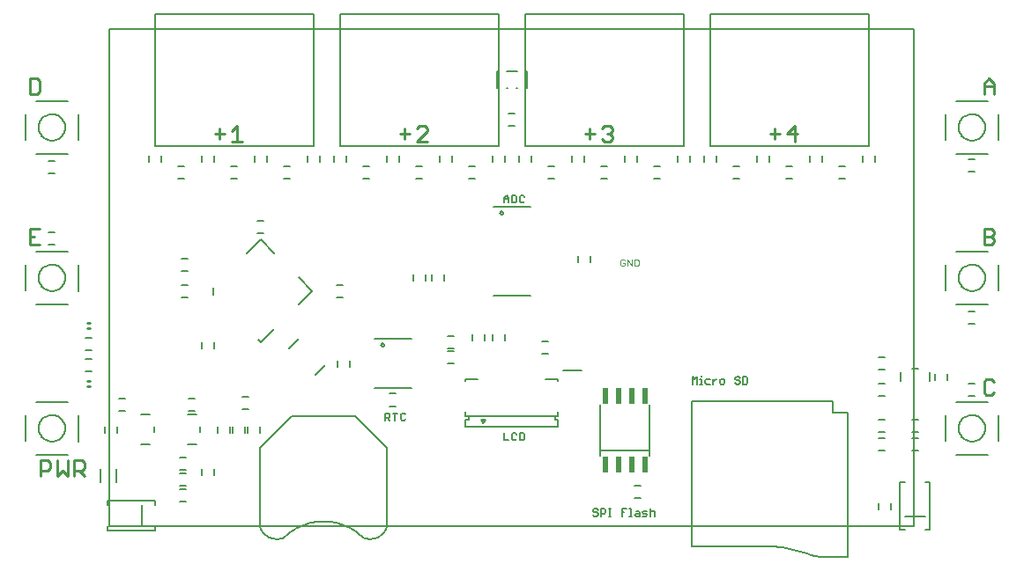
<source format=gto>
G75*
%MOIN*%
%OFA0B0*%
%FSLAX24Y24*%
%IPPOS*%
%LPD*%
%AMOC8*
5,1,8,0,0,1.08239X$1,22.5*
%
%ADD10C,0.0110*%
%ADD11C,0.0050*%
%ADD12C,0.0040*%
%ADD13C,0.0080*%
%ADD14C,0.0060*%
%ADD15C,0.0100*%
%ADD16R,0.0193X0.0598*%
D10*
X017415Y018898D02*
X017415Y019489D01*
X017710Y019489D01*
X017808Y019390D01*
X017808Y019194D01*
X017710Y019095D01*
X017415Y019095D01*
X018059Y018898D02*
X018059Y019489D01*
X018453Y019489D02*
X018453Y018898D01*
X018256Y019095D01*
X018059Y018898D01*
X018704Y018898D02*
X018704Y019489D01*
X018999Y019489D01*
X019097Y019390D01*
X019097Y019194D01*
X018999Y019095D01*
X018704Y019095D01*
X018900Y019095D02*
X019097Y018898D01*
X017408Y027648D02*
X017015Y027648D01*
X017015Y028239D01*
X017408Y028239D01*
X017211Y027944D02*
X017015Y027944D01*
X024015Y031844D02*
X024408Y031844D01*
X024659Y031942D02*
X024856Y032139D01*
X024856Y031548D01*
X024659Y031548D02*
X025053Y031548D01*
X024211Y031647D02*
X024211Y032040D01*
X031015Y031844D02*
X031408Y031844D01*
X031211Y032040D02*
X031211Y031647D01*
X031659Y031548D02*
X032053Y031942D01*
X032053Y032040D01*
X031954Y032139D01*
X031757Y032139D01*
X031659Y032040D01*
X031659Y031548D02*
X032053Y031548D01*
X038015Y031844D02*
X038408Y031844D01*
X038211Y032040D02*
X038211Y031647D01*
X038659Y031647D02*
X038757Y031548D01*
X038954Y031548D01*
X039053Y031647D01*
X039053Y031745D01*
X038954Y031844D01*
X038856Y031844D01*
X038954Y031844D02*
X039053Y031942D01*
X039053Y032040D01*
X038954Y032139D01*
X038757Y032139D01*
X038659Y032040D01*
X045015Y031844D02*
X045408Y031844D01*
X045659Y031844D02*
X045954Y032139D01*
X045954Y031548D01*
X046053Y031844D02*
X045659Y031844D01*
X045211Y032040D02*
X045211Y031647D01*
X053115Y033348D02*
X053115Y033742D01*
X053311Y033939D01*
X053508Y033742D01*
X053508Y033348D01*
X053508Y033644D02*
X053115Y033644D01*
X053115Y028239D02*
X053410Y028239D01*
X053508Y028140D01*
X053508Y028042D01*
X053410Y027944D01*
X053115Y027944D01*
X053410Y027944D02*
X053508Y027845D01*
X053508Y027747D01*
X053410Y027648D01*
X053115Y027648D01*
X053115Y028239D01*
X053213Y022539D02*
X053115Y022440D01*
X053115Y022047D01*
X053213Y021948D01*
X053410Y021948D01*
X053508Y022047D01*
X053508Y022440D02*
X053410Y022539D01*
X053213Y022539D01*
X017408Y033447D02*
X017408Y033840D01*
X017310Y033939D01*
X017015Y033939D01*
X017015Y033348D01*
X017310Y033348D01*
X017408Y033447D01*
D11*
X020043Y035803D02*
X050476Y035803D01*
X050476Y016984D01*
X020043Y016984D01*
X020043Y035803D01*
X021760Y036393D02*
X027760Y036393D01*
X027760Y031393D01*
X021760Y031393D01*
X021760Y036393D01*
X028760Y036393D02*
X034760Y036393D01*
X034760Y031393D01*
X028760Y031393D01*
X028760Y036393D01*
X035760Y036393D02*
X035760Y031393D01*
X041760Y031393D01*
X041760Y036393D01*
X035760Y036393D01*
X042760Y036393D02*
X048760Y036393D01*
X048760Y031393D01*
X042760Y031393D01*
X042760Y036393D01*
X035729Y029468D02*
X035684Y029514D01*
X035594Y029514D01*
X035549Y029468D01*
X035549Y029288D01*
X035594Y029243D01*
X035684Y029243D01*
X035729Y029288D01*
X035434Y029288D02*
X035434Y029468D01*
X035389Y029514D01*
X035254Y029514D01*
X035254Y029243D01*
X035389Y029243D01*
X035434Y029288D01*
X035140Y029243D02*
X035140Y029423D01*
X035050Y029514D01*
X034960Y029423D01*
X034960Y029243D01*
X034960Y029378D02*
X035140Y029378D01*
X037189Y022878D02*
X037897Y022878D01*
X035684Y020514D02*
X035549Y020514D01*
X035549Y020243D01*
X035684Y020243D01*
X035729Y020288D01*
X035729Y020468D01*
X035684Y020514D01*
X035434Y020468D02*
X035389Y020514D01*
X035299Y020514D01*
X035254Y020468D01*
X035254Y020288D01*
X035299Y020243D01*
X035389Y020243D01*
X035434Y020288D01*
X035140Y020243D02*
X034960Y020243D01*
X034960Y020514D01*
X031229Y021038D02*
X031184Y020993D01*
X031094Y020993D01*
X031049Y021038D01*
X031049Y021218D01*
X031094Y021264D01*
X031184Y021264D01*
X031229Y021218D01*
X030934Y021264D02*
X030754Y021264D01*
X030844Y021264D02*
X030844Y020993D01*
X030640Y020993D02*
X030550Y021083D01*
X030595Y021083D02*
X030460Y021083D01*
X030460Y020993D02*
X030460Y021264D01*
X030595Y021264D01*
X030640Y021218D01*
X030640Y021128D01*
X030595Y021083D01*
X038335Y017593D02*
X038335Y017548D01*
X038380Y017503D01*
X038470Y017503D01*
X038515Y017458D01*
X038515Y017413D01*
X038470Y017368D01*
X038380Y017368D01*
X038335Y017413D01*
X038335Y017593D02*
X038380Y017639D01*
X038470Y017639D01*
X038515Y017593D01*
X038629Y017639D02*
X038764Y017639D01*
X038809Y017593D01*
X038809Y017503D01*
X038764Y017458D01*
X038629Y017458D01*
X038629Y017368D02*
X038629Y017639D01*
X038924Y017639D02*
X039014Y017639D01*
X038969Y017639D02*
X038969Y017368D01*
X038924Y017368D02*
X039014Y017368D01*
X039415Y017368D02*
X039415Y017639D01*
X039595Y017639D01*
X039710Y017639D02*
X039755Y017639D01*
X039755Y017368D01*
X039710Y017368D02*
X039800Y017368D01*
X039906Y017413D02*
X039951Y017458D01*
X040086Y017458D01*
X040086Y017503D02*
X040086Y017368D01*
X039951Y017368D01*
X039906Y017413D01*
X039951Y017548D02*
X040041Y017548D01*
X040086Y017503D01*
X040201Y017503D02*
X040246Y017548D01*
X040381Y017548D01*
X040336Y017458D02*
X040246Y017458D01*
X040201Y017503D01*
X040201Y017368D02*
X040336Y017368D01*
X040381Y017413D01*
X040336Y017458D01*
X040495Y017503D02*
X040540Y017548D01*
X040630Y017548D01*
X040675Y017503D01*
X040675Y017368D01*
X040495Y017368D02*
X040495Y017639D01*
X039505Y017503D02*
X039415Y017503D01*
X042060Y016226D02*
X042060Y021726D01*
X047410Y021726D01*
X047410Y021276D01*
X047960Y021276D01*
X047960Y015826D01*
X046963Y015826D01*
X046906Y015827D01*
X046848Y015832D01*
X046791Y015839D01*
X046735Y015850D01*
X046679Y015863D01*
X046624Y015879D01*
X046569Y015898D01*
X044789Y016226D02*
X042060Y016226D01*
X044789Y016226D02*
X044929Y016224D01*
X045069Y016218D01*
X045208Y016208D01*
X045348Y016195D01*
X045487Y016177D01*
X045625Y016156D01*
X045763Y016130D01*
X045900Y016101D01*
X046036Y016068D01*
X046171Y016031D01*
X046305Y015991D01*
X046437Y015946D01*
X046569Y015898D01*
X044135Y022368D02*
X044180Y022413D01*
X044180Y022593D01*
X044135Y022639D01*
X044000Y022639D01*
X044000Y022368D01*
X044135Y022368D01*
X043885Y022413D02*
X043840Y022368D01*
X043750Y022368D01*
X043705Y022413D01*
X043750Y022503D02*
X043840Y022503D01*
X043885Y022458D01*
X043885Y022413D01*
X043750Y022503D02*
X043705Y022548D01*
X043705Y022593D01*
X043750Y022639D01*
X043840Y022639D01*
X043885Y022593D01*
X043296Y022503D02*
X043251Y022548D01*
X043161Y022548D01*
X043116Y022503D01*
X043116Y022413D01*
X043161Y022368D01*
X043251Y022368D01*
X043296Y022413D01*
X043296Y022503D01*
X043005Y022548D02*
X042960Y022548D01*
X042870Y022458D01*
X042870Y022368D02*
X042870Y022548D01*
X042756Y022548D02*
X042621Y022548D01*
X042576Y022503D01*
X042576Y022413D01*
X042621Y022368D01*
X042756Y022368D01*
X042469Y022368D02*
X042379Y022368D01*
X042424Y022368D02*
X042424Y022548D01*
X042379Y022548D01*
X042424Y022639D02*
X042424Y022684D01*
X042265Y022639D02*
X042265Y022368D01*
X042085Y022368D02*
X042085Y022639D01*
X042175Y022548D01*
X042265Y022639D01*
D12*
X040009Y026847D02*
X040049Y026887D01*
X040049Y027047D01*
X040009Y027087D01*
X039889Y027087D01*
X039889Y026847D01*
X040009Y026847D01*
X039791Y026847D02*
X039791Y027087D01*
X039631Y027087D02*
X039791Y026847D01*
X039631Y026847D02*
X039631Y027087D01*
X039533Y027047D02*
X039493Y027087D01*
X039413Y027087D01*
X039373Y027047D01*
X039373Y026887D01*
X039413Y026847D01*
X039493Y026847D01*
X039533Y026887D01*
X039533Y026967D01*
X039453Y026967D01*
D13*
X019954Y017000D02*
X019954Y016822D01*
X021765Y016822D01*
X021765Y017000D01*
X021253Y017000D02*
X021253Y017787D01*
X021765Y017787D02*
X021765Y017964D01*
X019954Y017964D01*
X019954Y017787D01*
X019710Y018643D02*
X019710Y019143D01*
X020310Y019143D02*
X020310Y018643D01*
X018466Y019693D02*
X017253Y019693D01*
X016860Y020205D02*
X016860Y021181D01*
X017253Y021693D02*
X018466Y021693D01*
X018860Y021181D02*
X018860Y020193D01*
X017360Y020693D02*
X017362Y020737D01*
X017368Y020781D01*
X017378Y020824D01*
X017391Y020866D01*
X017408Y020907D01*
X017429Y020946D01*
X017453Y020983D01*
X017480Y021018D01*
X017510Y021050D01*
X017543Y021080D01*
X017579Y021106D01*
X017616Y021130D01*
X017656Y021149D01*
X017697Y021166D01*
X017740Y021178D01*
X017783Y021187D01*
X017827Y021192D01*
X017871Y021193D01*
X017915Y021190D01*
X017959Y021183D01*
X018002Y021172D01*
X018044Y021158D01*
X018084Y021140D01*
X018123Y021118D01*
X018159Y021094D01*
X018193Y021066D01*
X018225Y021035D01*
X018254Y021001D01*
X018280Y020965D01*
X018302Y020927D01*
X018321Y020887D01*
X018336Y020845D01*
X018348Y020803D01*
X018356Y020759D01*
X018360Y020715D01*
X018360Y020671D01*
X018356Y020627D01*
X018348Y020583D01*
X018336Y020541D01*
X018321Y020499D01*
X018302Y020459D01*
X018280Y020421D01*
X018254Y020385D01*
X018225Y020351D01*
X018193Y020320D01*
X018159Y020292D01*
X018123Y020268D01*
X018084Y020246D01*
X018044Y020228D01*
X018002Y020214D01*
X017959Y020203D01*
X017915Y020196D01*
X017871Y020193D01*
X017827Y020194D01*
X017783Y020199D01*
X017740Y020208D01*
X017697Y020220D01*
X017656Y020237D01*
X017616Y020256D01*
X017579Y020280D01*
X017543Y020306D01*
X017510Y020336D01*
X017480Y020368D01*
X017453Y020403D01*
X017429Y020440D01*
X017408Y020479D01*
X017391Y020520D01*
X017378Y020562D01*
X017368Y020605D01*
X017362Y020649D01*
X017360Y020693D01*
X021240Y021203D02*
X021579Y021203D01*
X021729Y020749D02*
X021729Y020538D01*
X021579Y020083D02*
X021240Y020083D01*
X022990Y020083D02*
X023329Y020083D01*
X023479Y020538D02*
X023479Y020749D01*
X023329Y021203D02*
X022990Y021203D01*
X025735Y019943D02*
X026935Y021143D01*
X029335Y021143D01*
X030535Y019943D01*
X030535Y016943D01*
X030514Y016895D01*
X030490Y016849D01*
X030463Y016805D01*
X030432Y016763D01*
X030398Y016723D01*
X030362Y016686D01*
X030323Y016652D01*
X030281Y016621D01*
X030237Y016593D01*
X030191Y016568D01*
X030144Y016547D01*
X030095Y016529D01*
X030045Y016516D01*
X029993Y016505D01*
X029942Y016499D01*
X029890Y016497D01*
X029838Y016499D01*
X029786Y016504D01*
X029735Y016513D01*
X029684Y016527D01*
X029635Y016543D01*
X029570Y016605D01*
X029502Y016665D01*
X029432Y016721D01*
X029360Y016775D01*
X029285Y016825D01*
X029208Y016872D01*
X029130Y016916D01*
X029049Y016957D01*
X028967Y016994D01*
X028884Y017027D01*
X028799Y017057D01*
X028713Y017084D01*
X028626Y017106D01*
X028538Y017125D01*
X028449Y017141D01*
X028360Y017152D01*
X028270Y017160D01*
X028180Y017164D01*
X028090Y017164D01*
X028000Y017160D01*
X027910Y017152D01*
X027821Y017141D01*
X027732Y017125D01*
X027644Y017106D01*
X027557Y017084D01*
X027471Y017057D01*
X027386Y017027D01*
X027303Y016994D01*
X027221Y016957D01*
X027140Y016916D01*
X027062Y016872D01*
X026985Y016825D01*
X026910Y016775D01*
X026838Y016721D01*
X026768Y016665D01*
X026700Y016605D01*
X026635Y016543D01*
X026586Y016527D01*
X026535Y016513D01*
X026484Y016504D01*
X026432Y016499D01*
X026380Y016497D01*
X026328Y016499D01*
X026277Y016505D01*
X026225Y016516D01*
X026175Y016529D01*
X026126Y016547D01*
X026079Y016568D01*
X026033Y016593D01*
X025989Y016621D01*
X025947Y016652D01*
X025908Y016686D01*
X025872Y016723D01*
X025838Y016763D01*
X025807Y016805D01*
X025780Y016849D01*
X025756Y016895D01*
X025735Y016943D01*
X025735Y019943D01*
X027830Y022711D02*
X028192Y023073D01*
X027189Y024075D02*
X026827Y023713D01*
X026275Y024460D02*
X025760Y023945D01*
X025648Y024056D01*
X027193Y025378D02*
X027708Y025893D01*
X027193Y026408D01*
X026275Y027327D02*
X025760Y027842D01*
X025244Y027327D01*
X023950Y026033D02*
X023950Y025754D01*
X018860Y025893D02*
X018860Y026881D01*
X018466Y027393D02*
X017253Y027393D01*
X016860Y026881D02*
X016860Y025905D01*
X017253Y025393D02*
X018466Y025393D01*
X017360Y026393D02*
X017362Y026437D01*
X017368Y026481D01*
X017378Y026524D01*
X017391Y026566D01*
X017408Y026607D01*
X017429Y026646D01*
X017453Y026683D01*
X017480Y026718D01*
X017510Y026750D01*
X017543Y026780D01*
X017579Y026806D01*
X017616Y026830D01*
X017656Y026849D01*
X017697Y026866D01*
X017740Y026878D01*
X017783Y026887D01*
X017827Y026892D01*
X017871Y026893D01*
X017915Y026890D01*
X017959Y026883D01*
X018002Y026872D01*
X018044Y026858D01*
X018084Y026840D01*
X018123Y026818D01*
X018159Y026794D01*
X018193Y026766D01*
X018225Y026735D01*
X018254Y026701D01*
X018280Y026665D01*
X018302Y026627D01*
X018321Y026587D01*
X018336Y026545D01*
X018348Y026503D01*
X018356Y026459D01*
X018360Y026415D01*
X018360Y026371D01*
X018356Y026327D01*
X018348Y026283D01*
X018336Y026241D01*
X018321Y026199D01*
X018302Y026159D01*
X018280Y026121D01*
X018254Y026085D01*
X018225Y026051D01*
X018193Y026020D01*
X018159Y025992D01*
X018123Y025968D01*
X018084Y025946D01*
X018044Y025928D01*
X018002Y025914D01*
X017959Y025903D01*
X017915Y025896D01*
X017871Y025893D01*
X017827Y025894D01*
X017783Y025899D01*
X017740Y025908D01*
X017697Y025920D01*
X017656Y025937D01*
X017616Y025956D01*
X017579Y025980D01*
X017543Y026006D01*
X017510Y026036D01*
X017480Y026068D01*
X017453Y026103D01*
X017429Y026140D01*
X017408Y026179D01*
X017391Y026220D01*
X017378Y026262D01*
X017368Y026305D01*
X017362Y026349D01*
X017360Y026393D01*
X017253Y031093D02*
X018466Y031093D01*
X018860Y031605D02*
X018860Y032581D01*
X018466Y033093D02*
X017253Y033093D01*
X016860Y032593D02*
X016860Y031605D01*
X017360Y032093D02*
X017362Y032137D01*
X017368Y032181D01*
X017378Y032224D01*
X017391Y032266D01*
X017408Y032307D01*
X017429Y032346D01*
X017453Y032383D01*
X017480Y032418D01*
X017510Y032450D01*
X017543Y032480D01*
X017579Y032506D01*
X017616Y032530D01*
X017656Y032549D01*
X017697Y032566D01*
X017740Y032578D01*
X017783Y032587D01*
X017827Y032592D01*
X017871Y032593D01*
X017915Y032590D01*
X017959Y032583D01*
X018002Y032572D01*
X018044Y032558D01*
X018084Y032540D01*
X018123Y032518D01*
X018159Y032494D01*
X018193Y032466D01*
X018225Y032435D01*
X018254Y032401D01*
X018280Y032365D01*
X018302Y032327D01*
X018321Y032287D01*
X018336Y032245D01*
X018348Y032203D01*
X018356Y032159D01*
X018360Y032115D01*
X018360Y032071D01*
X018356Y032027D01*
X018348Y031983D01*
X018336Y031941D01*
X018321Y031899D01*
X018302Y031859D01*
X018280Y031821D01*
X018254Y031785D01*
X018225Y031751D01*
X018193Y031720D01*
X018159Y031692D01*
X018123Y031668D01*
X018084Y031646D01*
X018044Y031628D01*
X018002Y031614D01*
X017959Y031603D01*
X017915Y031596D01*
X017871Y031593D01*
X017827Y031594D01*
X017783Y031599D01*
X017740Y031608D01*
X017697Y031620D01*
X017656Y031637D01*
X017616Y031656D01*
X017579Y031680D01*
X017543Y031706D01*
X017510Y031736D01*
X017480Y031768D01*
X017453Y031803D01*
X017429Y031840D01*
X017408Y031879D01*
X017391Y031920D01*
X017378Y031962D01*
X017368Y032005D01*
X017362Y032049D01*
X017360Y032093D01*
X030313Y023853D02*
X030315Y023868D01*
X030321Y023881D01*
X030330Y023893D01*
X030341Y023902D01*
X030355Y023908D01*
X030370Y023910D01*
X030385Y023908D01*
X030398Y023902D01*
X030410Y023893D01*
X030419Y023882D01*
X030425Y023868D01*
X030427Y023853D01*
X030425Y023838D01*
X030419Y023825D01*
X030410Y023813D01*
X030399Y023804D01*
X030385Y023798D01*
X030370Y023796D01*
X030355Y023798D01*
X030342Y023804D01*
X030330Y023813D01*
X030321Y023824D01*
X030315Y023838D01*
X030313Y023853D01*
X033508Y022563D02*
X033980Y022563D01*
X033508Y022563D02*
X033508Y022484D01*
X033508Y021303D02*
X033508Y021145D01*
X033626Y021145D01*
X036893Y021145D01*
X037011Y021145D01*
X037011Y021303D01*
X036893Y021145D02*
X036893Y021027D01*
X037011Y021027D01*
X037011Y020752D01*
X033508Y020752D01*
X033508Y021027D01*
X033626Y021027D01*
X033626Y021145D01*
X034098Y021027D02*
X034177Y020870D01*
X034256Y021027D01*
X034098Y021027D01*
X034099Y021025D02*
X034254Y021025D01*
X034215Y020946D02*
X034139Y020946D01*
X036539Y022563D02*
X037011Y022563D01*
X037011Y022484D01*
X038590Y021575D02*
X038590Y019858D01*
X040479Y019858D01*
X040479Y019662D01*
X040479Y019858D02*
X040479Y021575D01*
X038590Y019858D02*
X038590Y019662D01*
X049939Y018649D02*
X049939Y016838D01*
X050116Y016838D01*
X050116Y017350D02*
X050903Y017350D01*
X050903Y016838D02*
X051080Y016838D01*
X051080Y018649D01*
X050903Y018649D01*
X050116Y018649D02*
X049939Y018649D01*
X052053Y019693D02*
X053266Y019693D01*
X053660Y020205D02*
X053660Y021181D01*
X053266Y021693D02*
X052053Y021693D01*
X051660Y021193D02*
X051660Y020205D01*
X052160Y020693D02*
X052162Y020737D01*
X052168Y020781D01*
X052178Y020824D01*
X052191Y020866D01*
X052208Y020907D01*
X052229Y020946D01*
X052253Y020983D01*
X052280Y021018D01*
X052310Y021050D01*
X052343Y021080D01*
X052379Y021106D01*
X052416Y021130D01*
X052456Y021149D01*
X052497Y021166D01*
X052540Y021178D01*
X052583Y021187D01*
X052627Y021192D01*
X052671Y021193D01*
X052715Y021190D01*
X052759Y021183D01*
X052802Y021172D01*
X052844Y021158D01*
X052884Y021140D01*
X052923Y021118D01*
X052959Y021094D01*
X052993Y021066D01*
X053025Y021035D01*
X053054Y021001D01*
X053080Y020965D01*
X053102Y020927D01*
X053121Y020887D01*
X053136Y020845D01*
X053148Y020803D01*
X053156Y020759D01*
X053160Y020715D01*
X053160Y020671D01*
X053156Y020627D01*
X053148Y020583D01*
X053136Y020541D01*
X053121Y020499D01*
X053102Y020459D01*
X053080Y020421D01*
X053054Y020385D01*
X053025Y020351D01*
X052993Y020320D01*
X052959Y020292D01*
X052923Y020268D01*
X052884Y020246D01*
X052844Y020228D01*
X052802Y020214D01*
X052759Y020203D01*
X052715Y020196D01*
X052671Y020193D01*
X052627Y020194D01*
X052583Y020199D01*
X052540Y020208D01*
X052497Y020220D01*
X052456Y020237D01*
X052416Y020256D01*
X052379Y020280D01*
X052343Y020306D01*
X052310Y020336D01*
X052280Y020368D01*
X052253Y020403D01*
X052229Y020440D01*
X052208Y020479D01*
X052191Y020520D01*
X052178Y020562D01*
X052168Y020605D01*
X052162Y020649D01*
X052160Y020693D01*
X051070Y022474D02*
X051070Y022812D01*
X050615Y022962D02*
X050404Y022962D01*
X049950Y022812D02*
X049950Y022474D01*
X052053Y025393D02*
X053266Y025393D01*
X053660Y025905D02*
X053660Y026881D01*
X053266Y027393D02*
X052053Y027393D01*
X051660Y026893D02*
X051660Y025905D01*
X052160Y026393D02*
X052162Y026437D01*
X052168Y026481D01*
X052178Y026524D01*
X052191Y026566D01*
X052208Y026607D01*
X052229Y026646D01*
X052253Y026683D01*
X052280Y026718D01*
X052310Y026750D01*
X052343Y026780D01*
X052379Y026806D01*
X052416Y026830D01*
X052456Y026849D01*
X052497Y026866D01*
X052540Y026878D01*
X052583Y026887D01*
X052627Y026892D01*
X052671Y026893D01*
X052715Y026890D01*
X052759Y026883D01*
X052802Y026872D01*
X052844Y026858D01*
X052884Y026840D01*
X052923Y026818D01*
X052959Y026794D01*
X052993Y026766D01*
X053025Y026735D01*
X053054Y026701D01*
X053080Y026665D01*
X053102Y026627D01*
X053121Y026587D01*
X053136Y026545D01*
X053148Y026503D01*
X053156Y026459D01*
X053160Y026415D01*
X053160Y026371D01*
X053156Y026327D01*
X053148Y026283D01*
X053136Y026241D01*
X053121Y026199D01*
X053102Y026159D01*
X053080Y026121D01*
X053054Y026085D01*
X053025Y026051D01*
X052993Y026020D01*
X052959Y025992D01*
X052923Y025968D01*
X052884Y025946D01*
X052844Y025928D01*
X052802Y025914D01*
X052759Y025903D01*
X052715Y025896D01*
X052671Y025893D01*
X052627Y025894D01*
X052583Y025899D01*
X052540Y025908D01*
X052497Y025920D01*
X052456Y025937D01*
X052416Y025956D01*
X052379Y025980D01*
X052343Y026006D01*
X052310Y026036D01*
X052280Y026068D01*
X052253Y026103D01*
X052229Y026140D01*
X052208Y026179D01*
X052191Y026220D01*
X052178Y026262D01*
X052168Y026305D01*
X052162Y026349D01*
X052160Y026393D01*
X052053Y031093D02*
X053266Y031093D01*
X053660Y031605D02*
X053660Y032581D01*
X053266Y033093D02*
X052053Y033093D01*
X051660Y032593D02*
X051660Y031605D01*
X052160Y032093D02*
X052162Y032137D01*
X052168Y032181D01*
X052178Y032224D01*
X052191Y032266D01*
X052208Y032307D01*
X052229Y032346D01*
X052253Y032383D01*
X052280Y032418D01*
X052310Y032450D01*
X052343Y032480D01*
X052379Y032506D01*
X052416Y032530D01*
X052456Y032549D01*
X052497Y032566D01*
X052540Y032578D01*
X052583Y032587D01*
X052627Y032592D01*
X052671Y032593D01*
X052715Y032590D01*
X052759Y032583D01*
X052802Y032572D01*
X052844Y032558D01*
X052884Y032540D01*
X052923Y032518D01*
X052959Y032494D01*
X052993Y032466D01*
X053025Y032435D01*
X053054Y032401D01*
X053080Y032365D01*
X053102Y032327D01*
X053121Y032287D01*
X053136Y032245D01*
X053148Y032203D01*
X053156Y032159D01*
X053160Y032115D01*
X053160Y032071D01*
X053156Y032027D01*
X053148Y031983D01*
X053136Y031941D01*
X053121Y031899D01*
X053102Y031859D01*
X053080Y031821D01*
X053054Y031785D01*
X053025Y031751D01*
X052993Y031720D01*
X052959Y031692D01*
X052923Y031668D01*
X052884Y031646D01*
X052844Y031628D01*
X052802Y031614D01*
X052759Y031603D01*
X052715Y031596D01*
X052671Y031593D01*
X052627Y031594D01*
X052583Y031599D01*
X052540Y031608D01*
X052497Y031620D01*
X052456Y031637D01*
X052416Y031656D01*
X052379Y031680D01*
X052343Y031706D01*
X052310Y031736D01*
X052280Y031768D01*
X052253Y031803D01*
X052229Y031840D01*
X052208Y031879D01*
X052191Y031920D01*
X052178Y031962D01*
X052168Y032005D01*
X052162Y032049D01*
X052160Y032093D01*
X034813Y028853D02*
X034815Y028868D01*
X034821Y028881D01*
X034830Y028893D01*
X034841Y028902D01*
X034855Y028908D01*
X034870Y028910D01*
X034885Y028908D01*
X034898Y028902D01*
X034910Y028893D01*
X034919Y028882D01*
X034925Y028868D01*
X034927Y028853D01*
X034925Y028838D01*
X034919Y028825D01*
X034910Y028813D01*
X034899Y028804D01*
X034885Y028798D01*
X034870Y028796D01*
X034855Y028798D01*
X034842Y028804D01*
X034830Y028813D01*
X034821Y028824D01*
X034815Y028838D01*
X034813Y028853D01*
D14*
X034550Y029073D02*
X035969Y029073D01*
X036641Y030157D02*
X036878Y030157D01*
X036878Y030630D02*
X036641Y030630D01*
X035996Y030775D02*
X035996Y031011D01*
X035523Y031011D02*
X035523Y030775D01*
X034996Y030775D02*
X034996Y031011D01*
X034523Y031011D02*
X034523Y030775D01*
X033878Y030630D02*
X033641Y030630D01*
X033641Y030157D02*
X033878Y030157D01*
X032996Y030775D02*
X032996Y031011D01*
X032523Y031011D02*
X032523Y030775D01*
X031878Y030630D02*
X031641Y030630D01*
X031641Y030157D02*
X031878Y030157D01*
X030996Y030775D02*
X030996Y031011D01*
X030523Y031011D02*
X030523Y030775D01*
X029878Y030630D02*
X029641Y030630D01*
X029641Y030157D02*
X029878Y030157D01*
X028996Y030775D02*
X028996Y031011D01*
X028523Y031011D02*
X028523Y030775D01*
X027996Y030775D02*
X027996Y031011D01*
X027523Y031011D02*
X027523Y030775D01*
X026878Y030630D02*
X026641Y030630D01*
X026641Y030157D02*
X026878Y030157D01*
X025996Y030775D02*
X025996Y031011D01*
X025523Y031011D02*
X025523Y030775D01*
X024878Y030630D02*
X024641Y030630D01*
X024641Y030157D02*
X024878Y030157D01*
X023996Y030775D02*
X023996Y031011D01*
X023523Y031011D02*
X023523Y030775D01*
X022878Y030630D02*
X022641Y030630D01*
X022641Y030157D02*
X022878Y030157D01*
X021996Y030775D02*
X021996Y031011D01*
X021523Y031011D02*
X021523Y030775D01*
X017978Y030830D02*
X017741Y030830D01*
X017741Y030357D02*
X017978Y030357D01*
X017978Y028130D02*
X017741Y028130D01*
X017741Y027657D02*
X017978Y027657D01*
X022766Y027130D02*
X023003Y027130D01*
X023003Y026657D02*
X022766Y026657D01*
X022766Y026130D02*
X023003Y026130D01*
X023003Y025657D02*
X022766Y025657D01*
X023523Y023949D02*
X023523Y023713D01*
X023996Y023713D02*
X023996Y023949D01*
X023278Y021830D02*
X023041Y021830D01*
X023041Y021357D02*
X023278Y021357D01*
X024123Y020761D02*
X024123Y020525D01*
X024596Y020525D02*
X024596Y020761D01*
X024698Y020761D02*
X024698Y020525D01*
X025171Y020525D02*
X025171Y020761D01*
X025273Y020761D02*
X025273Y020525D01*
X025746Y020525D02*
X025746Y020761D01*
X025303Y021407D02*
X025066Y021407D01*
X025066Y021880D02*
X025303Y021880D01*
X028648Y023025D02*
X028648Y023261D01*
X029121Y023261D02*
X029121Y023025D01*
X030050Y022213D02*
X031469Y022213D01*
X030878Y022005D02*
X030641Y022005D01*
X030641Y021532D02*
X030878Y021532D01*
X032829Y023157D02*
X033065Y023157D01*
X033065Y023630D02*
X032829Y023630D01*
X032829Y023720D02*
X033065Y023720D01*
X033065Y024192D02*
X032829Y024192D01*
X033773Y024261D02*
X033773Y024025D01*
X034246Y024025D02*
X034246Y024261D01*
X034523Y024261D02*
X034523Y024025D01*
X034996Y024025D02*
X034996Y024261D01*
X036391Y023994D02*
X036628Y023994D01*
X036628Y023521D02*
X036391Y023521D01*
X035969Y025713D02*
X034550Y025713D01*
X032696Y026275D02*
X032696Y026511D01*
X032223Y026511D02*
X032223Y026275D01*
X031996Y026275D02*
X031996Y026511D01*
X031523Y026511D02*
X031523Y026275D01*
X031469Y024073D02*
X030050Y024073D01*
X028878Y025657D02*
X028641Y025657D01*
X028641Y026130D02*
X028878Y026130D01*
X025878Y028095D02*
X025641Y028095D01*
X025641Y028567D02*
X025878Y028567D01*
X019378Y024130D02*
X019141Y024130D01*
X019141Y023657D02*
X019378Y023657D01*
X019378Y023330D02*
X019141Y023330D01*
X019141Y022857D02*
X019378Y022857D01*
X020391Y021830D02*
X020628Y021830D01*
X020628Y021357D02*
X020391Y021357D01*
X020346Y020761D02*
X020346Y020525D01*
X019873Y020525D02*
X019873Y020761D01*
X022691Y019580D02*
X022928Y019580D01*
X022928Y019107D02*
X022691Y019107D01*
X022691Y018980D02*
X022928Y018980D01*
X022928Y018507D02*
X022691Y018507D01*
X022691Y018380D02*
X022928Y018380D01*
X022928Y017907D02*
X022691Y017907D01*
X023523Y018925D02*
X023523Y019161D01*
X023996Y019161D02*
X023996Y018925D01*
X037773Y026975D02*
X037773Y027211D01*
X038246Y027211D02*
X038246Y026975D01*
X038641Y030157D02*
X038878Y030157D01*
X038878Y030630D02*
X038641Y030630D01*
X037996Y030775D02*
X037996Y031011D01*
X037523Y031011D02*
X037523Y030775D01*
X035378Y032157D02*
X035141Y032157D01*
X035141Y032630D02*
X035378Y032630D01*
X035428Y033574D02*
X035465Y033574D01*
X035782Y033574D02*
X035819Y033574D01*
X035819Y034212D01*
X035782Y034212D01*
X035465Y034212D02*
X035054Y034212D01*
X034737Y034212D02*
X034700Y034212D01*
X034700Y033574D01*
X034737Y033574D01*
X035054Y033574D02*
X035091Y033574D01*
X039523Y031011D02*
X039523Y030775D01*
X039996Y030775D02*
X039996Y031011D01*
X040641Y030630D02*
X040878Y030630D01*
X040878Y030157D02*
X040641Y030157D01*
X041523Y030775D02*
X041523Y031011D01*
X041996Y031011D02*
X041996Y030775D01*
X042523Y030775D02*
X042523Y031011D01*
X042996Y031011D02*
X042996Y030775D01*
X043641Y030630D02*
X043878Y030630D01*
X043878Y030157D02*
X043641Y030157D01*
X044523Y030775D02*
X044523Y031011D01*
X044996Y031011D02*
X044996Y030775D01*
X045641Y030630D02*
X045878Y030630D01*
X045878Y030157D02*
X045641Y030157D01*
X046523Y030775D02*
X046523Y031011D01*
X046996Y031011D02*
X046996Y030775D01*
X047641Y030630D02*
X047878Y030630D01*
X047878Y030157D02*
X047641Y030157D01*
X048523Y030775D02*
X048523Y031011D01*
X048996Y031011D02*
X048996Y030775D01*
X052541Y030880D02*
X052778Y030880D01*
X052778Y030407D02*
X052541Y030407D01*
X052541Y025130D02*
X052778Y025130D01*
X052778Y024657D02*
X052541Y024657D01*
X051746Y022761D02*
X051746Y022525D01*
X051273Y022525D02*
X051273Y022761D01*
X052541Y022380D02*
X052778Y022380D01*
X052778Y021907D02*
X052541Y021907D01*
X050628Y021030D02*
X050391Y021030D01*
X050391Y020557D02*
X050628Y020557D01*
X050628Y020330D02*
X050391Y020330D01*
X050391Y019857D02*
X050628Y019857D01*
X049378Y019857D02*
X049141Y019857D01*
X049141Y020330D02*
X049378Y020330D01*
X049378Y020557D02*
X049141Y020557D01*
X049141Y021030D02*
X049378Y021030D01*
X049378Y021906D02*
X049141Y021906D01*
X049141Y022379D02*
X049378Y022379D01*
X049378Y022907D02*
X049141Y022907D01*
X049141Y023380D02*
X049378Y023380D01*
X049600Y017861D02*
X049600Y017625D01*
X049128Y017625D02*
X049128Y017861D01*
X040128Y018057D02*
X039891Y018057D01*
X039891Y018530D02*
X040128Y018530D01*
D15*
X019310Y022293D02*
X019210Y022293D01*
X019210Y022493D02*
X019310Y022493D01*
X019310Y024493D02*
X019210Y024493D01*
X019210Y024693D02*
X019310Y024693D01*
D16*
X038785Y021914D03*
X039285Y021914D03*
X039785Y021914D03*
X040285Y021914D03*
X040285Y019323D03*
X039785Y019323D03*
X039285Y019323D03*
X038785Y019323D03*
M02*

</source>
